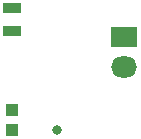
<source format=gts>
G04*
G04 #@! TF.GenerationSoftware,Altium Limited,Altium Designer,20.0.13 (296)*
G04*
G04 Layer_Color=8388736*
%FSLAX25Y25*%
%MOIN*%
G70*
G01*
G75*
%ADD15R,0.03950X0.03950*%
%ADD16R,0.05918X0.03556*%
%ADD17R,0.08674X0.07099*%
%ADD18O,0.08674X0.07099*%
%ADD19C,0.03162*%
D15*
X21654Y14469D02*
D03*
Y20965D02*
D03*
D16*
Y54921D02*
D03*
Y47441D02*
D03*
D17*
X59055Y45276D02*
D03*
D18*
Y35276D02*
D03*
D19*
X36713Y14469D02*
D03*
M02*

</source>
